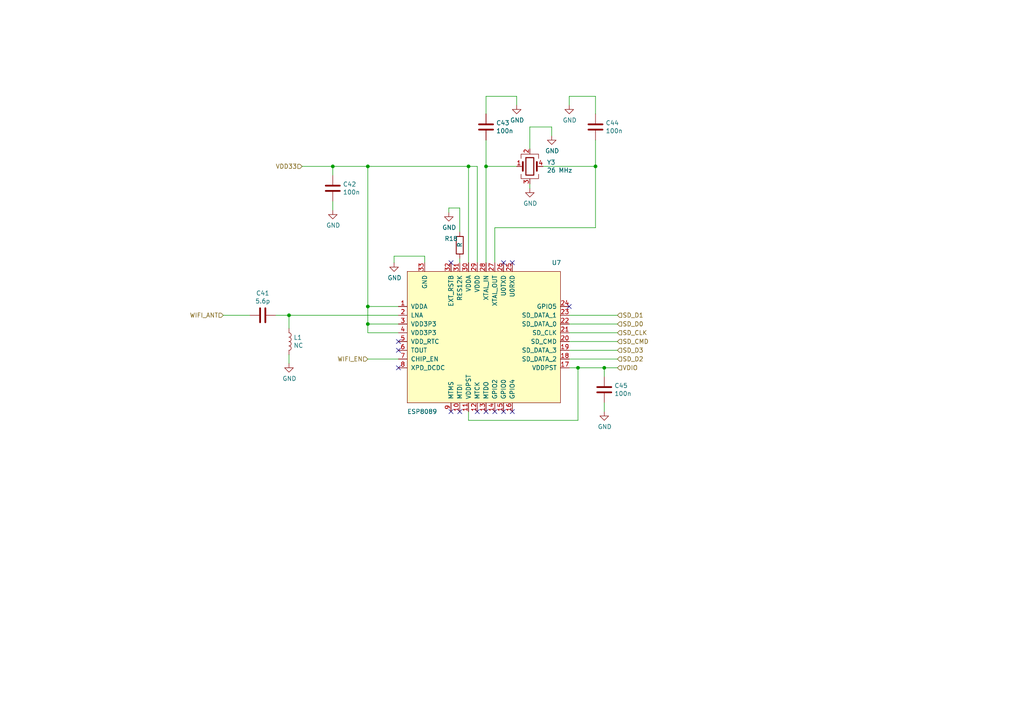
<source format=kicad_sch>
(kicad_sch (version 20211123) (generator eeschema)
  (paper "A4")
  (lib_symbols
    (symbol "Linux-capable-PCB-KiCAD-rescue:C-device" (pin_numbers hide) (pin_names (offset 0.254))
      (property "Reference" "C" (at 0.635 2.54 0))
      (property "Value" "C-device" (at 0.635 -2.54 0))
      (symbol "C-device_0_1"
        (polyline (pts (xy -2.032 -0.762) (xy 2.032 -0.762)) (stroke (width 0.508)))
        (polyline (pts (xy -2.032 0.762) (xy 2.032 0.762)) (stroke (width 0.508)))
      )
      (symbol "C-device_1_1"
        (pin passive line (at 0 3.81 270) (length 2.794) (name "~") (number "1"))
        (pin passive line (at 0 -3.81 90) (length 2.794) (name "~") (number "2"))
      )
    )
    (symbol "Linux-capable-PCB-KiCAD-rescue:Crystal_GND23-device" (pin_names (offset 1.016) hide)
      (property "Reference" "Y" (at 3.175 5.08 0))
      (property "Value" "Crystal_GND23-device" (at 3.175 3.175 0))
      (symbol "Crystal_GND23-device_0_1"
        (rectangle (start -1.143 2.54) (end 1.143 -2.54) (stroke (width 0.3048)))
        (polyline (pts (xy -2.54 0) (xy -2.032 0)))
        (polyline (pts (xy -2.032 -1.27) (xy -2.032 1.27)) (stroke (width 0.508)))
        (polyline (pts (xy 0 -3.81) (xy 0 -3.556)))
        (polyline (pts (xy 0 3.556) (xy 0 3.81)))
        (polyline (pts (xy 2.032 -1.27) (xy 2.032 1.27)) (stroke (width 0.508)))
        (polyline (pts (xy 2.032 0) (xy 2.54 0)))
        (polyline (pts (xy -2.54 -2.286) (xy -2.54 -3.556) (xy 2.54 -3.556) (xy 2.54 -2.286)))
        (polyline (pts (xy -2.54 2.286) (xy -2.54 3.556) (xy 2.54 3.556) (xy 2.54 2.286)))
      )
      (symbol "Crystal_GND23-device_1_1"
        (pin passive line (at -3.81 0 0) (length 1.27) (name "1") (number "1"))
        (pin passive line (at 0 5.08 270) (length 1.27) (name "2") (number "2"))
        (pin passive line (at 0 -5.08 90) (length 1.27) (name "3") (number "3"))
        (pin passive line (at 3.81 0 180) (length 1.27) (name "4") (number "4"))
      )
    )
    (symbol "Linux-capable-PCB-KiCAD-rescue:ESP8089-ESP8089" (pin_names (offset 1.016))
      (property "Reference" "U" (at -24.13 -20.32 0))
      (property "Value" "ESP8089-ESP8089" (at 13.97 20.32 0))
      (symbol "ESP8089-ESP8089_0_1"
        (rectangle (start -25.4 19.05) (end 19.05 -19.05) (fill (type background)))
      )
      (symbol "ESP8089-ESP8089_1_1"
        (pin power_in line (at -27.94 8.89 0) (length 2.54) (name "VDDA") (number "1"))
        (pin input line (at -10.16 -21.59 90) (length 2.54) (name "MTDI") (number "10"))
        (pin power_in line (at -7.62 -21.59 90) (length 2.54) (name "VDDPST") (number "11"))
        (pin input line (at -5.08 -21.59 90) (length 2.54) (name "MTCK") (number "12"))
        (pin input line (at -2.54 -21.59 90) (length 2.54) (name "MTDO") (number "13"))
        (pin bidirectional line (at 0 -21.59 90) (length 2.54) (name "GPIO2") (number "14"))
        (pin bidirectional line (at 2.54 -21.59 90) (length 2.54) (name "GPIO0") (number "15"))
        (pin bidirectional line (at 5.08 -21.59 90) (length 2.54) (name "GPIO4") (number "16"))
        (pin power_in line (at 21.59 -8.89 180) (length 2.54) (name "VDDPST") (number "17"))
        (pin bidirectional line (at 21.59 -6.35 180) (length 2.54) (name "SD_DATA_2") (number "18"))
        (pin bidirectional line (at 21.59 -3.81 180) (length 2.54) (name "SD_DATA_3") (number "19"))
        (pin input line (at -27.94 6.35 0) (length 2.54) (name "LNA") (number "2"))
        (pin bidirectional line (at 21.59 -1.27 180) (length 2.54) (name "SD_CMD") (number "20"))
        (pin bidirectional line (at 21.59 1.27 180) (length 2.54) (name "SD_CLK") (number "21"))
        (pin bidirectional line (at 21.59 3.81 180) (length 2.54) (name "SD_DATA_0") (number "22"))
        (pin bidirectional line (at 21.59 6.35 180) (length 2.54) (name "SD_DATA_1") (number "23"))
        (pin bidirectional line (at 21.59 8.89 180) (length 2.54) (name "GPIO5") (number "24"))
        (pin bidirectional line (at 5.08 21.59 270) (length 2.54) (name "U0RXD") (number "25"))
        (pin bidirectional line (at 2.54 21.59 270) (length 2.54) (name "U0TXD") (number "26"))
        (pin bidirectional line (at 0 21.59 270) (length 2.54) (name "XTAL_OUT") (number "27"))
        (pin bidirectional line (at -2.54 21.59 270) (length 2.54) (name "XTAL_IN") (number "28"))
        (pin power_in line (at -5.08 21.59 270) (length 2.54) (name "VDDD") (number "29"))
        (pin power_in line (at -27.94 3.81 0) (length 2.54) (name "VDD3P3") (number "3"))
        (pin power_in line (at -7.62 21.59 270) (length 2.54) (name "VDDA") (number "30"))
        (pin input line (at -10.16 21.59 270) (length 2.54) (name "RES12K") (number "31"))
        (pin input line (at -12.7 21.59 270) (length 2.54) (name "EXT_RSTB") (number "32"))
        (pin input line (at -20.32 21.59 270) (length 2.54) (name "GND") (number "33"))
        (pin power_in line (at -27.94 1.27 0) (length 2.54) (name "VDD3P3") (number "4"))
        (pin power_in line (at -27.94 -1.27 0) (length 2.54) (name "VDD_RTC") (number "5"))
        (pin output line (at -27.94 -3.81 0) (length 2.54) (name "TOUT") (number "6"))
        (pin input line (at -27.94 -6.35 0) (length 2.54) (name "CHIP_EN") (number "7"))
        (pin input line (at -27.94 -8.89 0) (length 2.54) (name "XPD_DCDC") (number "8"))
        (pin input line (at -12.7 -21.59 90) (length 2.54) (name "MTMS") (number "9"))
      )
    )
    (symbol "Linux-capable-PCB-KiCAD-rescue:L-device" (pin_numbers hide) (pin_names (offset 1.016) hide)
      (property "Reference" "L" (at -1.27 0 90))
      (property "Value" "L-device" (at 1.905 0 90))
      (symbol "L-device_0_1"
        (arc (start 0 -2.54) (mid 0.635 -1.905) (end 0 -1.27))
        (arc (start 0 -1.27) (mid 0.635 -0.635) (end 0 0))
        (arc (start 0 0) (mid 0.635 0.635) (end 0 1.27))
        (arc (start 0 1.27) (mid 0.635 1.905) (end 0 2.54))
      )
      (symbol "L-device_1_1"
        (pin passive line (at 0 3.81 270) (length 1.27) (name "1") (number "1"))
        (pin passive line (at 0 -3.81 90) (length 1.27) (name "2") (number "2"))
      )
    )
    (symbol "Linux-capable-PCB-KiCAD-rescue:R-Device" (pin_numbers hide) (pin_names (offset 0))
      (property "Reference" "R" (at 2.032 0 90))
      (property "Value" "R-Device" (at 0 0 90))
      (symbol "R-Device_0_1"
        (rectangle (start -1.016 -2.54) (end 1.016 2.54) (stroke (width 0.254)))
      )
      (symbol "R-Device_1_1"
        (pin passive line (at 0 3.81 270) (length 1.27) (name "~") (number "1"))
        (pin passive line (at 0 -3.81 90) (length 1.27) (name "~") (number "2"))
      )
    )
    (symbol "power:GND" (power) (pin_names (offset 0))
      (property "Value" "GND" (at 0 -3.81 0))
      (symbol "GND_0_1"
        (polyline (pts (xy 0 0) (xy 0 -1.27) (xy 1.27 -1.27) (xy 0 -2.54) (xy -1.27 -1.27) (xy 0 -1.27)))
      )
      (symbol "GND_1_1"
        (pin power_in line (at 0 0 270) (length 0) hide (name "GND") (number "1"))
      )
    )
  )
  (junction (at 106.68 93.98))
  (junction (at 175.26 106.68))
  (junction (at 135.89 48.26))
  (junction (at 172.72 48.26))
  (junction (at 83.82 91.44))
  (junction (at 106.68 88.9))
  (junction (at 167.64 106.68))
  (junction (at 96.52 48.26))
  (junction (at 140.97 48.26))
  (junction (at 106.68 48.26))
  (no_connect (at 146.05 76.2))
  (no_connect (at 143.51 119.38))
  (no_connect (at 115.57 101.6))
  (no_connect (at 133.35 119.38))
  (no_connect (at 138.43 119.38))
  (no_connect (at 130.81 76.2))
  (no_connect (at 165.1 88.9))
  (no_connect (at 148.59 76.2))
  (no_connect (at 146.05 119.38))
  (no_connect (at 140.97 119.38))
  (no_connect (at 130.81 119.38))
  (no_connect (at 115.57 106.68))
  (no_connect (at 148.59 119.38))
  (no_connect (at 115.57 99.06))
  (wire (pts (xy 165.1 99.06) (xy 179.07 99.06)))
  (wire (pts (xy 165.1 93.98) (xy 179.07 93.98)))
  (wire (pts (xy 165.1 104.14) (xy 179.07 104.14)))
  (wire (pts (xy 114.3 76.2) (xy 114.3 74.295)))
  (wire (pts (xy 83.82 95.25) (xy 83.82 91.44)))
  (wire (pts (xy 160.02 36.83) (xy 153.67 36.83)))
  (wire (pts (xy 149.86 27.94) (xy 140.97 27.94)))
  (wire (pts (xy 106.68 88.9) (xy 106.68 93.98)))
  (wire (pts (xy 140.97 40.64) (xy 140.97 48.26)))
  (wire (pts (xy 165.1 101.6) (xy 179.07 101.6)))
  (wire (pts (xy 133.35 60.325) (xy 133.35 67.31)))
  (wire (pts (xy 160.02 39.37) (xy 160.02 36.83)))
  (wire (pts (xy 96.52 60.96) (xy 96.52 58.42)))
  (wire (pts (xy 115.57 104.14) (xy 106.68 104.14)))
  (wire (pts (xy 165.1 96.52) (xy 179.07 96.52)))
  (wire (pts (xy 138.43 48.26) (xy 135.89 48.26)))
  (wire (pts (xy 135.89 119.38) (xy 135.89 121.92)))
  (wire (pts (xy 115.57 93.98) (xy 106.68 93.98)))
  (wire (pts (xy 133.35 76.2) (xy 133.35 74.93)))
  (wire (pts (xy 172.72 27.94) (xy 172.72 33.02)))
  (wire (pts (xy 72.39 91.44) (xy 64.77 91.44)))
  (wire (pts (xy 96.52 48.26) (xy 96.52 50.8)))
  (wire (pts (xy 165.1 91.44) (xy 179.07 91.44)))
  (wire (pts (xy 153.67 53.34) (xy 153.67 54.61)))
  (wire (pts (xy 143.51 66.04) (xy 172.72 66.04)))
  (wire (pts (xy 167.64 121.92) (xy 167.64 106.68)))
  (wire (pts (xy 96.52 48.26) (xy 87.63 48.26)))
  (wire (pts (xy 167.64 106.68) (xy 175.26 106.68)))
  (wire (pts (xy 140.97 48.26) (xy 140.97 76.2)))
  (wire (pts (xy 172.72 66.04) (xy 172.72 48.26)))
  (wire (pts (xy 149.86 30.48) (xy 149.86 27.94)))
  (wire (pts (xy 167.64 106.68) (xy 165.1 106.68)))
  (wire (pts (xy 115.57 91.44) (xy 83.82 91.44)))
  (wire (pts (xy 153.67 36.83) (xy 153.67 43.18)))
  (wire (pts (xy 143.51 76.2) (xy 143.51 66.04)))
  (wire (pts (xy 83.82 105.41) (xy 83.82 102.87)))
  (wire (pts (xy 106.68 48.26) (xy 135.89 48.26)))
  (wire (pts (xy 175.26 109.22) (xy 175.26 106.68)))
  (wire (pts (xy 130.175 60.325) (xy 133.35 60.325)))
  (wire (pts (xy 149.86 48.26) (xy 140.97 48.26)))
  (wire (pts (xy 135.89 48.26) (xy 135.89 76.2)))
  (wire (pts (xy 175.26 119.38) (xy 175.26 116.84)))
  (wire (pts (xy 123.19 74.295) (xy 123.19 76.2)))
  (wire (pts (xy 165.1 30.48) (xy 165.1 27.94)))
  (wire (pts (xy 115.57 88.9) (xy 106.68 88.9)))
  (wire (pts (xy 172.72 48.26) (xy 157.48 48.26)))
  (wire (pts (xy 172.72 40.64) (xy 172.72 48.26)))
  (wire (pts (xy 140.97 27.94) (xy 140.97 33.02)))
  (wire (pts (xy 165.1 27.94) (xy 172.72 27.94)))
  (wire (pts (xy 83.82 91.44) (xy 80.01 91.44)))
  (wire (pts (xy 138.43 76.2) (xy 138.43 48.26)))
  (wire (pts (xy 106.68 93.98) (xy 106.68 96.52)))
  (wire (pts (xy 114.3 74.295) (xy 123.19 74.295)))
  (wire (pts (xy 106.68 88.9) (xy 106.68 48.26)))
  (wire (pts (xy 130.175 61.595) (xy 130.175 60.325)))
  (wire (pts (xy 106.68 48.26) (xy 96.52 48.26)))
  (wire (pts (xy 175.26 106.68) (xy 179.07 106.68)))
  (wire (pts (xy 135.89 121.92) (xy 167.64 121.92)))
  (wire (pts (xy 106.68 96.52) (xy 115.57 96.52)))
  (hierarchical_label "SD_D3" (shape input) (at 179.07 101.6 0))
  (hierarchical_label "WIFI_ANT" (shape input) (at 64.77 91.44 180))
  (hierarchical_label "SD_D1" (shape input) (at 179.07 91.44 0))
  (hierarchical_label "VDIO" (shape input) (at 179.07 106.68 0))
  (hierarchical_label "SD_CLK" (shape input) (at 179.07 96.52 0))
  (hierarchical_label "SD_CMD" (shape input) (at 179.07 99.06 0))
  (hierarchical_label "SD_D0" (shape input) (at 179.07 93.98 0))
  (hierarchical_label "WIFI_EN" (shape input) (at 106.68 104.14 180))
  (hierarchical_label "SD_D2" (shape input) (at 179.07 104.14 0))
  (hierarchical_label "VDD33" (shape input) (at 87.63 48.26 180))
  (symbol (lib_id "Linux-capable-PCB-KiCAD-rescue:C-device") (at 175.26 113.03 0) (unit 1)
    (property "Reference" "C45" (at 178.181 111.8616 0) (effects (justify left)))
    (property "Value" "100n" (at 178.181 114.173 0) (effects (justify left)))
    (property "Footprint" "Capacitor_SMD:C_0603_1608Metric" (effects hide))
  )
  (symbol (lib_id "power:GND") (at 175.26 119.38 0) (unit 1)
    (property "Reference" "#PWR0182" (effects hide))
    (property "Value" "GND" (at 175.387 123.7742 0))
  )
  (symbol (lib_id "Linux-capable-PCB-KiCAD-rescue:C-device") (at 76.2 91.44 270) (unit 1)
    (property "Reference" "C41" (at 76.2 85.0392 90))
    (property "Value" "5.6p" (at 76.2 87.3506 90))
    (property "Footprint" "Capacitor_SMD:C_0603_1608Metric" (effects hide))
  )
  (symbol (lib_id "Linux-capable-PCB-KiCAD-rescue:L-device") (at 83.82 99.06 0) (unit 1)
    (property "Reference" "L1" (at 85.1408 97.8916 0) (effects (justify left)))
    (property "Value" "NC" (at 85.1408 100.203 0) (effects (justify left)))
    (property "Footprint" "Inductor_SMD:L_0603_1608Metric" (effects hide))
  )
  (symbol (lib_id "power:GND") (at 83.82 105.41 0) (unit 1)
    (property "Reference" "#PWR0183" (effects hide))
    (property "Value" "GND" (at 83.947 109.8042 0))
  )
  (symbol (lib_id "Linux-capable-PCB-KiCAD-rescue:C-device") (at 96.52 54.61 0) (unit 1)
    (property "Reference" "C42" (at 99.441 53.4416 0) (effects (justify left)))
    (property "Value" "100n" (at 99.441 55.753 0) (effects (justify left)))
    (property "Footprint" "Capacitor_SMD:C_0603_1608Metric" (effects hide))
  )
  (symbol (lib_id "power:GND") (at 96.52 60.96 0) (unit 1)
    (property "Reference" "#PWR0184" (effects hide))
    (property "Value" "GND" (at 96.647 65.3542 0))
  )
  (symbol (lib_id "Linux-capable-PCB-KiCAD-rescue:Crystal_GND23-device") (at 153.67 48.26 0) (unit 1)
    (property "Reference" "Y3" (at 158.5976 47.0916 0) (effects (justify left)))
    (property "Value" "26 MHz" (at 158.5976 49.403 0) (effects (justify left)))
    (property "Footprint" "Crystal:Crystal_SMD_EuroQuartz_MJ-4Pin_5.0x3.2mm" (effects hide))
  )
  (symbol (lib_id "power:GND") (at 153.67 54.61 0) (unit 1)
    (property "Reference" "#PWR0185" (effects hide))
    (property "Value" "GND" (at 153.797 59.0042 0))
  )
  (symbol (lib_id "power:GND") (at 160.02 39.37 0) (unit 1)
    (property "Reference" "#PWR0186" (effects hide))
    (property "Value" "GND" (at 160.147 43.7642 0))
  )
  (symbol (lib_id "Linux-capable-PCB-KiCAD-rescue:C-device") (at 140.97 36.83 0) (unit 1)
    (property "Reference" "C43" (at 143.891 35.6616 0) (effects (justify left)))
    (property "Value" "100n" (at 143.891 37.973 0) (effects (justify left)))
    (property "Footprint" "Capacitor_SMD:C_0603_1608Metric" (effects hide))
  )
  (symbol (lib_id "Linux-capable-PCB-KiCAD-rescue:C-device") (at 172.72 36.83 0) (unit 1)
    (property "Reference" "C44" (at 175.641 35.6616 0) (effects (justify left)))
    (property "Value" "100n" (at 175.641 37.973 0) (effects (justify left)))
    (property "Footprint" "Capacitor_SMD:C_0603_1608Metric" (effects hide))
  )
  (symbol (lib_id "power:GND") (at 149.86 30.48 0) (unit 1)
    (property "Reference" "#PWR0187" (effects hide))
    (property "Value" "GND" (at 149.987 34.8742 0))
  )
  (symbol (lib_id "power:GND") (at 165.1 30.48 0) (unit 1)
    (property "Reference" "#PWR0188" (effects hide))
    (property "Value" "GND" (at 165.227 34.8742 0))
  )
  (symbol (lib_id "Linux-capable-PCB-KiCAD-rescue:ESP8089-ESP8089") (at 143.51 97.79 0) (unit 1)
    (property "Reference" "U7" (at 160.02 76.2 0) (effects (justify left)))
    (property "Value" "ESP8089" (at 118.11 119.38 0) (effects (justify left)))
    (property "Footprint" "Package_DFN_QFN:QFN-32-1EP_5x5mm_P0.5mm_EP3.7x3.7mm" (effects hide))
  )
  (symbol (lib_id "power:GND") (at 114.3 76.2 0) (unit 1)
    (property "Reference" "#PWR0180" (effects hide))
    (property "Value" "GND" (at 114.427 80.5942 0))
  )
  (symbol (lib_id "Linux-capable-PCB-KiCAD-rescue:R-Device") (at 133.35 71.12 0)
    (property "Reference" "R18" (at 128.905 69.215 0) (effects (justify left)))
    (property "Value" "R" (at 133.35 71.755 90) (effects (justify left)))
    (property "Footprint" "Resistor_SMD:R_0603_1608Metric" (effects hide))
  )
  (symbol (lib_id "power:GND") (at 130.175 61.595 0) (unit 1)
    (property "Reference" "#PWR0181" (effects hide))
    (property "Value" "GND" (at 130.302 65.9892 0))
  )
)
</source>
